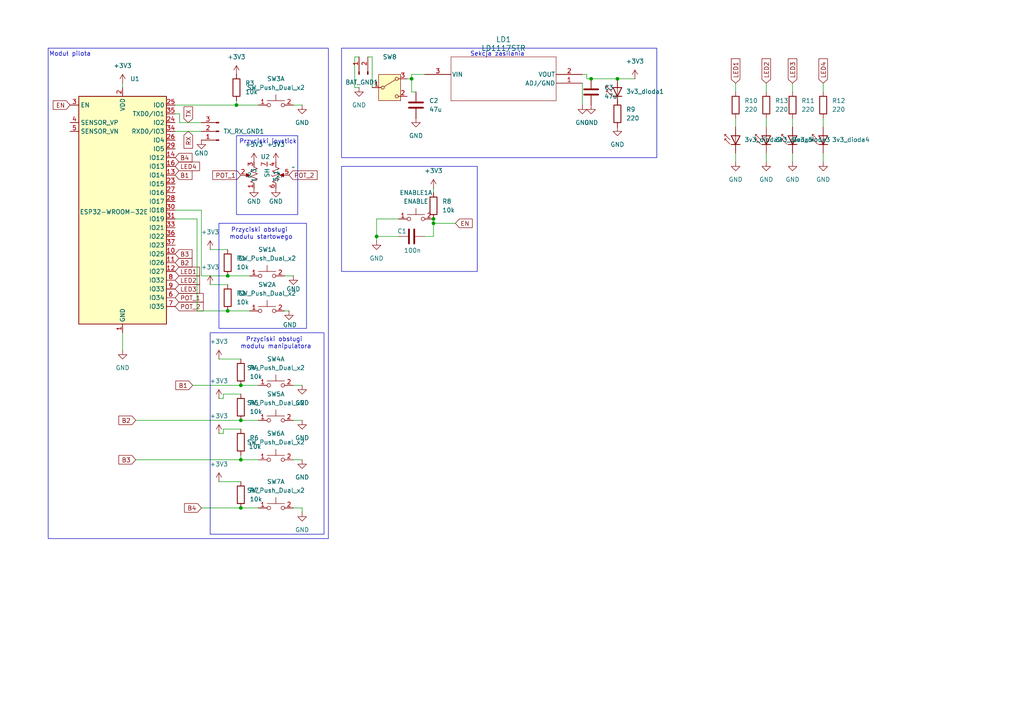
<source format=kicad_sch>
(kicad_sch (version 20231120) (generator "eeschema") (generator_version "8.0")
  (paper "A4")
  (lib_symbols
    (symbol "2024-05-05_15-24-01:LD1117STR" (pin_names (offset 0.254))
      (property "Reference" "CR" (at 22.86 10.16 0))
      (property "Value" "LD1117STR" (at 22.86 7.62 0))
      (symbol "LD1117STR_0_1"
        (polyline (pts (xy 7.62 -7.62) (xy 38.1 -7.62)) (stroke (width 0.127)))
        (polyline (pts (xy 7.62 5.08) (xy 7.62 -7.62)) (stroke (width 0.127)))
        (polyline (pts (xy 38.1 -7.62) (xy 38.1 5.08)) (stroke (width 0.127)))
        (polyline (pts (xy 38.1 5.08) (xy 7.62 5.08)) (stroke (width 0.127)))
        (pin power_out line (at 0 0 0) (length 7.62) (name "ADJ/GND") (number "1"))
        (pin power_in line (at 0 -2.54 0) (length 7.62) (name "VOUT") (number "2"))
        (pin power_in line (at 45.72 -2.54 180) (length 7.62) (name "VIN") (number "3"))
      )
    )
    (symbol "Connector:Conn_01x02_Pin" (pin_names (offset 1.016) hide)
      (property "Reference" "J" (at 0 2.54 0))
      (property "Value" "Conn_01x02_Pin" (at 0 -5.08 0))
      (symbol "Conn_01x02_Pin_1_1"
        (polyline (pts (xy 1.27 -2.54) (xy 0.8636 -2.54)) (stroke (width 0.1524)))
        (polyline (pts (xy 1.27 0) (xy 0.8636 0)) (stroke (width 0.1524)))
        (rectangle (start 0.8636 -2.413) (end 0 -2.667) (stroke (width 0.1524)) (fill (type outline)))
        (rectangle (start 0.8636 0.127) (end 0 -0.127) (stroke (width 0.1524)) (fill (type outline)))
        (pin passive line (at 5.08 0 180) (length 3.81) (name "Pin_1") (number "1"))
        (pin passive line (at 5.08 -2.54 180) (length 3.81) (name "Pin_2") (number "2"))
      )
    )
    (symbol "Connector:Conn_01x03_Pin" (pin_names (offset 1.016) hide)
      (property "Reference" "J" (at 0 5.08 0))
      (property "Value" "Conn_01x03_Pin" (at 0 -5.08 0))
      (symbol "Conn_01x03_Pin_1_1"
        (polyline (pts (xy 1.27 -2.54) (xy 0.8636 -2.54)) (stroke (width 0.1524)))
        (polyline (pts (xy 1.27 0) (xy 0.8636 0)) (stroke (width 0.1524)))
        (polyline (pts (xy 1.27 2.54) (xy 0.8636 2.54)) (stroke (width 0.1524)))
        (rectangle (start 0.8636 -2.413) (end 0 -2.667) (stroke (width 0.1524)) (fill (type outline)))
        (rectangle (start 0.8636 0.127) (end 0 -0.127) (stroke (width 0.1524)) (fill (type outline)))
        (rectangle (start 0.8636 2.667) (end 0 2.413) (stroke (width 0.1524)) (fill (type outline)))
        (pin passive line (at 5.08 2.54 180) (length 3.81) (name "Pin_1") (number "1"))
        (pin passive line (at 5.08 0 180) (length 3.81) (name "Pin_2") (number "2"))
        (pin passive line (at 5.08 -2.54 180) (length 3.81) (name "Pin_3") (number "3"))
      )
    )
    (symbol "Device:C" (pin_numbers hide) (pin_names (offset 0.254))
      (property "Reference" "C" (at 0.635 2.54 0))
      (property "Value" "C" (at 0.635 -2.54 0))
      (symbol "C_0_1"
        (polyline (pts (xy -2.032 -0.762) (xy 2.032 -0.762)) (stroke (width 0.508)))
        (polyline (pts (xy -2.032 0.762) (xy 2.032 0.762)) (stroke (width 0.508)))
      )
      (symbol "C_1_1"
        (pin passive line (at 0 3.81 270) (length 2.794) (name "~") (number "1"))
        (pin passive line (at 0 -3.81 90) (length 2.794) (name "~") (number "2"))
      )
    )
    (symbol "Device:R" (pin_numbers hide) (pin_names (offset 0))
      (property "Reference" "R" (at 2.032 0 90))
      (property "Value" "R" (at 0 0 90))
      (symbol "R_0_1"
        (rectangle (start -1.016 -2.54) (end 1.016 2.54) (stroke (width 0.254)))
      )
      (symbol "R_1_1"
        (pin passive line (at 0 3.81 270) (length 1.27) (name "~") (number "1"))
        (pin passive line (at 0 -3.81 90) (length 1.27) (name "~") (number "2"))
      )
    )
    (symbol "Joystick:3D161"
      (property "Reference" "U" (at 0 5.842 0))
      (symbol "3D161_0_1"
        (polyline (pts (xy -5.08 -1.27) (xy -4.064 -1.27)))
        (polyline (pts (xy -2.54 -3.81) (xy -2.54 -3.556)))
        (polyline (pts (xy -2.54 1.016) (xy -2.54 1.27)))
        (polyline (pts (xy 3.81 -3.556) (xy 3.81 -3.81)))
        (polyline (pts (xy 3.81 1.27) (xy 3.81 1.016)))
        (polyline (pts (xy 6.35 -1.27) (xy 5.334 -1.27)))
        (polyline (pts (xy -3.683 -1.27) (xy -4.826 -1.778) (xy -4.826 -0.762) (xy -3.683 -1.27)) (fill (type outline)))
        (polyline (pts (xy 4.953 -1.27) (xy 6.096 -0.762) (xy 6.096 -1.778) (xy 4.953 -1.27)) (fill (type outline)))
        (polyline (pts (xy -2.54 -3.556) (xy -3.556 -3.175) (xy -2.54 -2.794) (xy -1.524 -2.413) (xy -2.54 -2.032)))
        (polyline (pts (xy -2.54 -2.032) (xy -3.556 -1.651) (xy -2.54 -1.27) (xy -1.524 -0.889) (xy -1.27 -1.27)))
        (polyline (pts (xy -2.54 -0.508) (xy -3.556 -0.127) (xy -2.54 0.254) (xy -1.524 0.635) (xy -2.54 1.016)))
        (polyline (pts (xy 3.81 -2.032) (xy 4.826 -2.413) (xy 3.81 -2.794) (xy 2.794 -3.175) (xy 3.81 -3.556)))
        (polyline (pts (xy 3.81 -0.508) (xy 4.826 -0.889) (xy 3.81 -1.27) (xy 2.794 -1.651) (xy 3.81 -2.032)))
        (polyline (pts (xy 3.81 1.016) (xy 4.826 0.635) (xy 3.81 0.254) (xy 2.794 -0.127) (xy 3.81 -0.508)))
      )
      (symbol "3D161_1_1"
        (pin passive line (at 3.81 2.54 270) (length 1.27) (name "1") (number "1"))
        (pin passive line (at 7.62 -1.27 180) (length 1.27) (name "2") (number "2"))
        (pin passive line (at 3.81 -5.08 90) (length 1.27) (name "3") (number "3"))
        (pin passive line (at -2.54 -5.08 90) (length 1.27) (name "1.") (number "4"))
        (pin passive line (at -6.35 -1.27 0) (length 1.27) (name "2.") (number "5"))
        (pin passive line (at -2.54 2.54 270) (length 1.27) (name "3.") (number "6"))
        (pin passive line (at 0 -5.08 90) (length 1.27) (name "SH") (number "7"))
      )
    )
    (symbol "LED:IR204A" (pin_numbers hide) (pin_names (offset 1.016) hide)
      (property "Reference" "D" (at 0.508 1.778 0))
      (property "Value" "IR204A" (at -1.016 -2.794 0))
      (symbol "IR204A_0_1"
        (polyline (pts (xy -2.54 1.27) (xy -2.54 -1.27)) (stroke (width 0.254)))
        (polyline (pts (xy 0 0) (xy -2.54 0)))
        (polyline (pts (xy 0.381 3.175) (xy -0.127 3.175)))
        (polyline (pts (xy -1.143 1.651) (xy 0.381 3.175) (xy 0.381 2.667)))
        (polyline (pts (xy 0 1.27) (xy -2.54 0) (xy 0 -1.27) (xy 0 1.27)) (stroke (width 0.254)))
        (polyline (pts (xy -2.413 1.651) (xy -0.889 3.175) (xy -0.889 2.667) (xy -0.889 3.175) (xy -1.397 3.175)))
      )
      (symbol "IR204A_1_1"
        (pin passive line (at -5.08 0 0) (length 2.54) (name "K") (number "1"))
        (pin passive line (at 2.54 0 180) (length 2.54) (name "A") (number "2"))
      )
    )
    (symbol "RF_Module:ESP32-WROOM-32E"
      (property "Reference" "U" (at -12.7 34.29 0))
      (property "Value" "ESP32-WROOM-32E" (at 1.27 34.29 0))
      (symbol "ESP32-WROOM-32E_0_1"
        (rectangle (start -12.7 33.02) (end 12.7 -33.02) (stroke (width 0.254)) (fill (type background)))
      )
      (symbol "ESP32-WROOM-32E_1_1"
        (pin power_in line (at 0 -35.56 90) (length 2.54) (name "GND") (number "1"))
        (pin bidirectional line (at 15.24 -12.7 180) (length 2.54) (name "IO25") (number "10"))
        (pin bidirectional line (at 15.24 -15.24 180) (length 2.54) (name "IO26") (number "11"))
        (pin bidirectional line (at 15.24 -17.78 180) (length 2.54) (name "IO27") (number "12"))
        (pin bidirectional line (at 15.24 10.16 180) (length 2.54) (name "IO14") (number "13"))
        (pin bidirectional line (at 15.24 15.24 180) (length 2.54) (name "IO12") (number "14"))
        (pin passive line (at 0 -35.56 90) (length 2.54) hide (name "GND") (number "15"))
        (pin bidirectional line (at 15.24 12.7 180) (length 2.54) (name "IO13") (number "16"))
        (pin no_connect line (at -12.7 -5.08 0) (length 2.54) hide (name "NC") (number "17"))
        (pin no_connect line (at -12.7 -7.62 0) (length 2.54) hide (name "NC") (number "18"))
        (pin no_connect line (at -12.7 -12.7 0) (length 2.54) hide (name "NC") (number "19"))
        (pin power_in line (at 0 35.56 270) (length 2.54) (name "VDD") (number "2"))
        (pin no_connect line (at -12.7 -10.16 0) (length 2.54) hide (name "NC") (number "20"))
        (pin no_connect line (at -12.7 0 0) (length 2.54) hide (name "NC") (number "21"))
        (pin no_connect line (at -12.7 -2.54 0) (length 2.54) hide (name "NC") (number "22"))
        (pin bidirectional line (at 15.24 7.62 180) (length 2.54) (name "IO15") (number "23"))
        (pin bidirectional line (at 15.24 25.4 180) (length 2.54) (name "IO2") (number "24"))
        (pin bidirectional line (at 15.24 30.48 180) (length 2.54) (name "IO0") (number "25"))
        (pin bidirectional line (at 15.24 20.32 180) (length 2.54) (name "IO4") (number "26"))
        (pin bidirectional line (at 15.24 5.08 180) (length 2.54) (name "IO16") (number "27"))
        (pin bidirectional line (at 15.24 2.54 180) (length 2.54) (name "IO17") (number "28"))
        (pin bidirectional line (at 15.24 17.78 180) (length 2.54) (name "IO5") (number "29"))
        (pin input line (at -15.24 30.48 0) (length 2.54) (name "EN") (number "3"))
        (pin bidirectional line (at 15.24 0 180) (length 2.54) (name "IO18") (number "30"))
        (pin bidirectional line (at 15.24 -2.54 180) (length 2.54) (name "IO19") (number "31"))
        (pin no_connect line (at -12.7 -27.94 0) (length 2.54) hide (name "NC") (number "32"))
        (pin bidirectional line (at 15.24 -5.08 180) (length 2.54) (name "IO21") (number "33"))
        (pin bidirectional line (at 15.24 22.86 180) (length 2.54) (name "RXD0/IO3") (number "34"))
        (pin bidirectional line (at 15.24 27.94 180) (length 2.54) (name "TXD0/IO1") (number "35"))
        (pin bidirectional line (at 15.24 -7.62 180) (length 2.54) (name "IO22") (number "36"))
        (pin bidirectional line (at 15.24 -10.16 180) (length 2.54) (name "IO23") (number "37"))
        (pin passive line (at 0 -35.56 90) (length 2.54) hide (name "GND") (number "38"))
        (pin passive line (at 0 -35.56 90) (length 2.54) hide (name "GND") (number "39"))
        (pin input line (at -15.24 25.4 0) (length 2.54) (name "SENSOR_VP") (number "4"))
        (pin input line (at -15.24 22.86 0) (length 2.54) (name "SENSOR_VN") (number "5"))
        (pin input line (at 15.24 -25.4 180) (length 2.54) (name "IO34") (number "6"))
        (pin input line (at 15.24 -27.94 180) (length 2.54) (name "IO35") (number "7"))
        (pin bidirectional line (at 15.24 -20.32 180) (length 2.54) (name "IO32") (number "8"))
        (pin bidirectional line (at 15.24 -22.86 180) (length 2.54) (name "IO33") (number "9"))
      )
    )
    (symbol "Switch:SW_Push_Dual_x2" (pin_names (offset 1.016) hide)
      (property "Reference" "SW" (at 1.27 2.54 0))
      (property "Value" "SW_Push_Dual_x2" (at 0 -1.524 0))
      (symbol "SW_Push_Dual_x2_0_1"
        (circle (center -2.032 0) (radius 0.508))
        (polyline (pts (xy 0 1.27) (xy 0 3.048)))
        (polyline (pts (xy 2.54 1.27) (xy -2.54 1.27)))
        (circle (center 2.032 0) (radius 0.508))
      )
      (symbol "SW_Push_Dual_x2_1_1"
        (pin passive line (at -5.08 0 0) (length 2.54) (name "C") (number "1"))
        (pin passive line (at 5.08 0 180) (length 2.54) (name "D") (number "2"))
      )
      (symbol "SW_Push_Dual_x2_2_1"
        (pin passive line (at -5.08 0 0) (length 2.54) (name "C") (number "3"))
        (pin passive line (at 5.08 0 180) (length 2.54) (name "D") (number "4"))
      )
    )
    (symbol "Switch:SW_Wuerth_450301014042" (pin_names (offset 1) hide)
      (property "Reference" "SW" (at 0 5.08 0))
      (property "Value" "SW_Wuerth_450301014042" (at 0 -5.08 0))
      (symbol "SW_Wuerth_450301014042_0_1"
        (circle (center -2.032 0) (radius 0.4572))
        (polyline (pts (xy -1.651 0.254) (xy 1.651 2.286)))
        (circle (center 2.032 -2.54) (radius 0.4572))
        (circle (center 2.032 2.54) (radius 0.4572))
      )
      (symbol "SW_Wuerth_450301014042_1_1"
        (rectangle (start -3.175 3.81) (end 3.175 -3.81) (fill (type background)))
        (pin passive line (at -5.08 0 0) (length 2.54) (name "B") (number "1"))
        (pin passive line (at 5.08 -2.54 180) (length 2.54) (name "C") (number "2"))
        (pin passive line (at 5.08 2.54 180) (length 2.54) (name "A") (number "3"))
      )
    )
    (symbol "power:+3V3" (power) (pin_numbers hide) (pin_names (offset 0) hide)
      (property "Value" "+3V3" (at 0 3.556 0))
      (symbol "+3V3_0_1"
        (polyline (pts (xy -0.762 1.27) (xy 0 2.54)))
        (polyline (pts (xy 0 0) (xy 0 2.54)))
        (polyline (pts (xy 0 2.54) (xy 0.762 1.27)))
      )
      (symbol "+3V3_1_1"
        (pin power_in line (at 0 0 90) (length 0) (name "~") (number "1"))
      )
    )
    (symbol "power:GND" (power) (pin_numbers hide) (pin_names (offset 0) hide)
      (property "Value" "GND" (at 0 -3.81 0))
      (symbol "GND_0_1"
        (polyline (pts (xy 0 0) (xy 0 -1.27) (xy 1.27 -1.27) (xy 0 -2.54) (xy -1.27 -1.27) (xy 0 -1.27)))
      )
      (symbol "GND_1_1"
        (pin power_in line (at 0 0 270) (length 0) (name "~") (number "1"))
      )
    )
  )
  (junction (at 69.85 147.32))
  (junction (at 125.73 63.5))
  (junction (at 125.73 64.77))
  (junction (at 69.85 111.76))
  (junction (at 68.58 30.48))
  (junction (at 109.22 68.58))
  (junction (at 69.85 133.35))
  (junction (at 119.38 22.86))
  (junction (at 66.04 80.01))
  (junction (at 171.45 22.86))
  (junction (at 66.04 90.17))
  (junction (at 179.07 22.86))
  (junction (at 69.85 121.92))
  (wire (pts (xy 35.56 25.4) (xy 35.56 24.13)))
  (wire (pts (xy 238.76 24.13) (xy 238.76 26.67)))
  (wire (pts (xy 87.63 148.59) (xy 87.63 147.32)))
  (wire (pts (xy 170.18 21.59) (xy 170.18 22.86)))
  (wire (pts (xy 171.45 22.86) (xy 179.07 22.86)))
  (wire (pts (xy 60.96 82.55) (xy 66.04 82.55)))
  (wire (pts (xy 222.25 44.45) (xy 222.25 46.99)))
  (wire (pts (xy 63.5 115.57) (xy 64.77 115.57)))
  (wire (pts (xy 229.87 24.13) (xy 229.87 26.67)))
  (wire (pts (xy 57.15 63.5) (xy 50.8 63.5)))
  (wire (pts (xy 64.77 125.73) (xy 64.77 124.46)))
  (wire (pts (xy 109.22 63.5) (xy 115.57 63.5)))
  (wire (pts (xy 119.38 21.59) (xy 119.38 22.86)))
  (wire (pts (xy 102.87 25.4) (xy 104.14 25.4)))
  (wire (pts (xy 229.87 44.45) (xy 229.87 46.99)))
  (wire (pts (xy 238.76 34.29) (xy 238.76 36.83)))
  (wire (pts (xy 123.19 68.58) (xy 125.73 68.58)))
  (wire (pts (xy 87.63 121.92) (xy 85.09 121.92)))
  (wire (pts (xy 52.07 33.02) (xy 52.07 35.56)))
  (wire (pts (xy 107.95 16.51) (xy 107.95 25.4)))
  (wire (pts (xy 64.77 115.57) (xy 64.77 114.3)))
  (wire (pts (xy 39.37 121.92) (xy 69.85 121.92)))
  (wire (pts (xy 60.96 72.39) (xy 66.04 72.39)))
  (wire (pts (xy 66.04 80.01) (xy 72.39 80.01)))
  (wire (pts (xy 213.36 24.13) (xy 213.36 26.67)))
  (wire (pts (xy 69.85 132.08) (xy 69.85 133.35)))
  (wire (pts (xy 58.42 80.01) (xy 58.42 60.96)))
  (wire (pts (xy 52.07 35.56) (xy 58.42 35.56)))
  (wire (pts (xy 85.09 133.35) (xy 87.63 133.35)))
  (wire (pts (xy 170.18 22.86) (xy 171.45 22.86)))
  (wire (pts (xy 69.85 147.32) (xy 74.93 147.32)))
  (wire (pts (xy 119.38 26.67) (xy 119.38 22.86)))
  (wire (pts (xy 66.04 90.17) (xy 72.39 90.17)))
  (wire (pts (xy 179.07 29.21) (xy 179.07 30.48)))
  (wire (pts (xy 213.36 34.29) (xy 213.36 36.83)))
  (wire (pts (xy 39.37 133.35) (xy 69.85 133.35)))
  (wire (pts (xy 119.38 21.59) (xy 123.19 21.59)))
  (wire (pts (xy 63.5 125.73) (xy 64.77 125.73)))
  (wire (pts (xy 68.58 29.21) (xy 68.58 30.48)))
  (wire (pts (xy 85.09 80.01) (xy 82.55 80.01)))
  (wire (pts (xy 115.57 68.58) (xy 109.22 68.58)))
  (wire (pts (xy 83.82 90.17) (xy 82.55 90.17)))
  (wire (pts (xy 109.22 69.85) (xy 109.22 68.58)))
  (wire (pts (xy 57.15 90.17) (xy 57.15 63.5)))
  (wire (pts (xy 102.87 25.4) (xy 102.87 16.51)))
  (wire (pts (xy 63.5 139.7) (xy 69.85 139.7)))
  (wire (pts (xy 87.63 147.32) (xy 85.09 147.32)))
  (wire (pts (xy 58.42 80.01) (xy 66.04 80.01)))
  (wire (pts (xy 109.22 63.5) (xy 109.22 68.58)))
  (wire (pts (xy 50.8 30.48) (xy 68.58 30.48)))
  (wire (pts (xy 69.85 133.35) (xy 74.93 133.35)))
  (wire (pts (xy 52.07 33.02) (xy 50.8 33.02)))
  (wire (pts (xy 238.76 44.45) (xy 238.76 46.99)))
  (wire (pts (xy 69.85 121.92) (xy 74.93 121.92)))
  (wire (pts (xy 69.85 111.76) (xy 74.93 111.76)))
  (wire (pts (xy 229.87 34.29) (xy 229.87 36.83)))
  (wire (pts (xy 87.63 111.76) (xy 85.09 111.76)))
  (wire (pts (xy 102.87 16.51) (xy 104.14 16.51)))
  (wire (pts (xy 58.42 147.32) (xy 69.85 147.32)))
  (wire (pts (xy 168.91 24.13) (xy 168.91 30.48)))
  (wire (pts (xy 64.77 124.46) (xy 69.85 124.46)))
  (wire (pts (xy 179.07 22.86) (xy 184.15 22.86)))
  (wire (pts (xy 222.25 24.13) (xy 222.25 26.67)))
  (wire (pts (xy 55.88 111.76) (xy 69.85 111.76)))
  (wire (pts (xy 50.8 38.1) (xy 58.42 38.1)))
  (wire (pts (xy 107.95 16.51) (xy 106.68 16.51)))
  (wire (pts (xy 120.65 26.67) (xy 119.38 26.67)))
  (wire (pts (xy 125.73 64.77) (xy 132.08 64.77)))
  (wire (pts (xy 125.73 64.77) (xy 125.73 63.5)))
  (wire (pts (xy 64.77 114.3) (xy 69.85 114.3)))
  (wire (pts (xy 68.58 30.48) (xy 74.93 30.48)))
  (wire (pts (xy 168.91 21.59) (xy 170.18 21.59)))
  (wire (pts (xy 58.42 60.96) (xy 50.8 60.96)))
  (wire (pts (xy 57.15 90.17) (xy 66.04 90.17)))
  (wire (pts (xy 222.25 34.29) (xy 222.25 36.83)))
  (wire (pts (xy 35.56 96.52) (xy 35.56 101.6)))
  (wire (pts (xy 213.36 44.45) (xy 213.36 46.99)))
  (wire (pts (xy 118.11 22.86) (xy 119.38 22.86)))
  (wire (pts (xy 63.5 104.14) (xy 69.85 104.14)))
  (wire (pts (xy 125.73 55.88) (xy 125.73 54.61)))
  (wire (pts (xy 125.73 64.77) (xy 125.73 68.58)))
  (wire (pts (xy 85.09 30.48) (xy 87.63 30.48)))
  (rectangle (start 99.06 48.26) (end 138.43 78.74))
  (rectangle (start 99.06 13.97) (end 190.5 45.72))
  (rectangle (start 13.97 13.97) (end 95.25 156.21))
  (rectangle (start 68.58 39.37) (end 86.36 62.23))
  (rectangle (start 60.96 96.52) (end 93.98 154.94))
  (rectangle (start 63.5 64.77) (end 88.9 95.25))
  (text "Moduł pilota" (at 20.32 15.748 0) (effects (font (size 1.27 1.27))))
  (text "Przyciski joystick" (at 77.724 41.148 0) (effects (font (size 1.27 1.27))))
  (text "Przyciski obsługi \nmodułu startowego\n" (at 75.692 67.818 0) (effects (font (size 1.27 1.27))))
  (text "Sekcja zasilania\n" (at 144.272 15.748 0) (effects (font (size 1.27 1.27))))
  (text "Przyciski obsługi \nmodułu manipulatora\n" (at 80.01 99.568 0) (effects (font (size 1.27 1.27))))
  (global_label "B1" (shape input) (at 55.88 111.76 180) (property "Intersheetrefs" "${INTERSHEET_REFS}" (effects (hide yes))))
  (global_label "LED3" (shape input) (at 50.8 83.82 0) (property "Intersheetrefs" "${INTERSHEET_REFS}" (effects (hide yes))))
  (global_label "LED1" (shape input) (at 50.8 78.74 0) (property "Intersheetrefs" "${INTERSHEET_REFS}" (effects (hide yes))))
  (global_label "LED2" (shape input) (at 222.25 24.13 90) (property "Intersheetrefs" "${INTERSHEET_REFS}" (effects (hide yes))))
  (global_label "B2" (shape input) (at 50.8 76.2 0) (property "Intersheetrefs" "${INTERSHEET_REFS}" (effects (hide yes))))
  (global_label "RX" (shape input) (at 54.61 38.1 270) (property "Intersheetrefs" "${INTERSHEET_REFS}" (effects (hide yes))))
  (global_label "TX" (shape input) (at 54.61 35.56 90) (property "Intersheetrefs" "${INTERSHEET_REFS}" (effects (hide yes))))
  (global_label "B3" (shape input) (at 39.37 133.35 180) (property "Intersheetrefs" "${INTERSHEET_REFS}" (effects (hide yes))))
  (global_label "POT_2" (shape input) (at 83.82 50.8 0) (property "Intersheetrefs" "${INTERSHEET_REFS}" (effects (hide yes))))
  (global_label "B1" (shape input) (at 50.8 50.8 0) (property "Intersheetrefs" "${INTERSHEET_REFS}" (effects (hide yes))))
  (global_label "EN" (shape input) (at 132.08 64.77 0) (property "Intersheetrefs" "${INTERSHEET_REFS}" (effects (hide yes))))
  (global_label "B2" (shape input) (at 39.37 121.92 180) (property "Intersheetrefs" "${INTERSHEET_REFS}" (effects (hide yes))))
  (global_label "LED1" (shape input) (at 213.36 24.13 90) (property "Intersheetrefs" "${INTERSHEET_REFS}" (effects (hide yes))))
  (global_label "LED4" (shape input) (at 50.8 48.26 0) (property "Intersheetrefs" "${INTERSHEET_REFS}" (effects (hide yes))))
  (global_label "EN" (shape input) (at 20.32 30.48 180) (property "Intersheetrefs" "${INTERSHEET_REFS}" (effects (hide yes))))
  (global_label "B4" (shape input) (at 50.8 45.72 0) (property "Intersheetrefs" "${INTERSHEET_REFS}" (effects (hide yes))))
  (global_label "POT_1" (shape input) (at 69.85 50.8 180) (property "Intersheetrefs" "${INTERSHEET_REFS}" (effects (hide yes))))
  (global_label "POT_1" (shape input) (at 50.8 86.36 0) (property "Intersheetrefs" "${INTERSHEET_REFS}" (effects (hide yes))))
  (global_label "B4" (shape input) (at 58.42 147.32 180) (property "Intersheetrefs" "${INTERSHEET_REFS}" (effects (hide yes))))
  (global_label "LED2" (shape input) (at 50.8 81.28 0) (property "Intersheetrefs" "${INTERSHEET_REFS}" (effects (hide yes))))
  (global_label "B3" (shape input) (at 50.8 73.66 0) (property "Intersheetrefs" "${INTERSHEET_REFS}" (effects (hide yes))))
  (global_label "POT_2" (shape input) (at 50.8 88.9 0) (property "Intersheetrefs" "${INTERSHEET_REFS}" (effects (hide yes))))
  (global_label "LED4" (shape input) (at 238.76 24.13 90) (property "Intersheetrefs" "${INTERSHEET_REFS}" (effects (hide yes))))
  (global_label "LED3" (shape input) (at 229.87 24.13 90) (property "Intersheetrefs" "${INTERSHEET_REFS}" (effects (hide yes))))
  (symbol (lib_id "Device:R") (at 179.07 33.02 0) (unit 1)
    (property "Reference" "R9" (at 181.61 31.7499 0) (effects (justify left)))
    (property "Value" "220" (at 181.61 34.2899 0) (effects (justify left)))
    (property "Footprint" "Resistor_SMD:R_0603_1608Metric" (effects (hide yes)))
    (property "Description" "Resistor" (effects (hide yes)))
  )
  (symbol (lib_id "LED:IR204A") (at 213.36 39.37 90) (unit 1)
    (property "Reference" "3v3_dioda2" (at 215.9 40.5129 90) (effects (justify right)))
    (property "Value" "IR204A" (effects (hide yes)))
    (property "Footprint" "LED_THT:LED_D3.0mm_IRBlack" (effects (hide yes)))
    (property "Datasheet" "http://www.everlight.com/file/ProductFile/IR204-A.pdf" (effects (hide yes)))
    (property "Description" "Infrared LED , 3mm LED package" (effects (hide yes)))
  )
  (symbol (lib_id "Switch:SW_Push_Dual_x2") (at 120.65 63.5 0) (unit 1)
    (property "Reference" "ENABLE1" (at 120.65 55.88 0))
    (property "Value" "ENABLE" (at 120.65 58.42 0))
    (property "Footprint" "Button_Switch_SMD:SW_Push_1P1T_XKB_TS-1187A" (effects (hide yes)))
    (property "Description" "Push button switch, generic, separate symbols, four pins" (effects (hide yes)))
  )
  (symbol (lib_id "Device:R") (at 69.85 143.51 0) (unit 1)
    (property "Reference" "R7" (at 72.39 142.2399 0) (effects (justify left)))
    (property "Value" "10k" (at 72.39 144.7799 0) (effects (justify left)))
    (property "Footprint" "Resistor_SMD:R_0603_1608Metric" (effects (hide yes)))
    (property "Description" "Resistor" (effects (hide yes)))
  )
  (symbol (lib_id "Switch:SW_Push_Dual_x2") (at 80.01 121.92 0) (unit 1)
    (property "Reference" "SW5" (at 80.01 114.3 0))
    (property "Value" "SW_Push_Dual_x2" (at 80.01 116.84 0))
    (property "Footprint" "Button_Switch_THT:SW_PUSH_6mm" (effects (hide yes)))
    (property "Description" "Push button switch, generic, separate symbols, four pins" (effects (hide yes)))
  )
  (symbol (lib_id "Connector:Conn_01x03_Pin") (at 63.5 38.1 180) (unit 1)
    (property "Reference" "TX_RX_GND1" (at 64.77 38.0999 0) (effects (justify right)))
    (property "Value" "Conn_01x03_Pin" (effects (hide yes)))
    (property "Footprint" "Connector_PinSocket_2.54mm:PinSocket_1x03_P2.54mm_Vertical" (effects (hide yes)))
    (property "Description" "Generic connector, single row, 01x03, script generated" (effects (hide yes)))
  )
  (symbol (lib_id "power:+3V3") (at 60.96 82.55 0) (unit 1)
    (property "Reference" "#PWR05" (effects (hide yes)))
    (property "Value" "+3V3" (at 60.96 77.47 0))
    (property "Description" "Power symbol creates a global label with name \"+3V3\"" (effects (hide yes)))
  )
  (symbol (lib_id "power:GND") (at 58.42 40.64 0) (unit 1)
    (property "Reference" "#PWR03" (effects (hide yes)))
    (property "Value" "GND" (at 58.42 44.45 0))
    (property "Description" "Power symbol creates a global label with name \"GND\" , ground" (effects (hide yes)))
  )
  (symbol (lib_id "power:+3V3") (at 184.15 22.86 0) (unit 1)
    (property "Reference" "#PWR029" (effects (hide yes)))
    (property "Value" "+3V3" (at 184.15 17.78 0))
    (property "Description" "Power symbol creates a global label with name \"+3V3\"" (effects (hide yes)))
  )
  (symbol (lib_id "Switch:SW_Wuerth_450301014042") (at 113.03 25.4 0) (unit 1)
    (property "Reference" "SW8" (at 113.03 16.51 0))
    (property "Value" "SW_Wuerth_450301014042" (effects (hide yes)))
    (property "Footprint" "Button_Switch_THT:SW_Slide-03_Wuerth-WS-SLTV_10x2.5x6.4_P2.54mm" (effects (hide yes)))
    (property "Datasheet" "https://www.we-online.com/components/products/datasheet/450301014042.pdf" (effects (hide yes)))
    (property "Description" "Switch slide, single pole double throw" (effects (hide yes)))
  )
  (symbol (lib_id "Switch:SW_Push_Dual_x2") (at 80.01 111.76 0) (unit 1)
    (property "Reference" "SW4" (at 80.01 104.14 0))
    (property "Value" "SW_Push_Dual_x2" (at 80.01 106.68 0))
    (property "Footprint" "Button_Switch_THT:SW_PUSH_6mm" (effects (hide yes)))
    (property "Description" "Push button switch, generic, separate symbols, four pins" (effects (hide yes)))
  )
  (symbol (lib_id "power:GND") (at 87.63 133.35 0) (unit 1)
    (property "Reference" "#PWR020" (effects (hide yes)))
    (property "Value" "GND" (at 87.63 138.43 0))
    (property "Description" "Power symbol creates a global label with name \"GND\" , ground" (effects (hide yes)))
  )
  (symbol (lib_id "Connector:Conn_01x02_Pin") (at 104.14 21.59 90) (unit 1)
    (property "Reference" "BAT_GND1" (at 109.728 23.876 90) (effects (justify left)))
    (property "Value" "Conn_01x02_Pin" (effects (hide yes)))
    (property "Footprint" "Connector_PinHeader_2.54mm:PinHeader_1x02_P2.54mm_Vertical" (effects (hide yes)))
    (property "Description" "Generic connector, single row, 01x02, script generated" (effects (hide yes)))
  )
  (symbol (lib_id "power:+3V3") (at 73.66 46.99 0) (unit 1)
    (property "Reference" "#PWR011" (effects (hide yes)))
    (property "Value" "+3V3" (at 73.66 41.91 0))
    (property "Description" "Power symbol creates a global label with name \"+3V3\"" (effects (hide yes)))
  )
  (symbol (lib_id "Device:R") (at 69.85 107.95 0) (unit 1)
    (property "Reference" "R4" (at 72.39 106.6799 0) (effects (justify left)))
    (property "Value" "10k" (at 72.39 109.2199 0) (effects (justify left)))
    (property "Footprint" "Resistor_SMD:R_0603_1608Metric" (effects (hide yes)))
    (property "Description" "Resistor" (effects (hide yes)))
  )
  (symbol (lib_id "power:GND") (at 120.65 34.29 0) (unit 1)
    (property "Reference" "#PWR025" (effects (hide yes)))
    (property "Value" "GND" (at 120.65 39.37 0))
    (property "Description" "Power symbol creates a global label with name \"GND\" , ground" (effects (hide yes)))
  )
  (symbol (lib_id "power:GND") (at 109.22 69.85 0) (unit 1)
    (property "Reference" "#PWR024" (effects (hide yes)))
    (property "Value" "GND" (at 109.22 74.93 0))
    (property "Description" "Power symbol creates a global label with name \"GND\" , ground" (effects (hide yes)))
  )
  (symbol (lib_id "power:+3V3") (at 63.5 104.14 0) (unit 1)
    (property "Reference" "#PWR06" (effects (hide yes)))
    (property "Value" "+3V3" (at 63.5 99.06 0))
    (property "Description" "Power symbol creates a global label with name \"+3V3\"" (effects (hide yes)))
  )
  (symbol (lib_id "Device:R") (at 238.76 30.48 0) (unit 1)
    (property "Reference" "R12" (at 241.3 29.2099 0) (effects (justify left)))
    (property "Value" "220" (at 241.3 31.7499 0) (effects (justify left)))
    (property "Footprint" "Resistor_SMD:R_0603_1608Metric" (effects (hide yes)))
    (property "Description" "Resistor" (effects (hide yes)))
  )
  (symbol (lib_id "power:GND") (at 83.82 90.17 0) (unit 1)
    (property "Reference" "#PWR015" (effects (hide yes)))
    (property "Value" "GND" (at 84.074 94.234 0))
    (property "Description" "Power symbol creates a global label with name \"GND\" , ground" (effects (hide yes)))
  )
  (symbol (lib_id "RF_Module:ESP32-WROOM-32E") (at 35.56 60.96 0) (unit 1)
    (property "Reference" "U1" (at 37.7541 22.86 0) (effects (justify left)))
    (property "Value" "ESP32-WROOM-32E" (at 23.114 61.468 0) (effects (justify left)))
    (property "Footprint" "RF_Module:ESP32-WROOM-32D" (effects (hide yes)))
    (property "Datasheet" "https://www.espressif.com/sites/default/files/documentation/esp32-wroom-32e_esp32-wroom-32ue_datasheet_en.pdf" (effects (hide yes)))
    (property "Description" "RF Module, ESP32-D0WD-V3 SoC, without PSRAM, Wi-Fi 802.11b/g/n, Bluetooth, BLE, 32-bit, 2.7-3.6V, onboard antenna, SMD" (effects (hide yes)))
  )
  (symbol (lib_id "power:GND") (at 85.09 80.01 0) (unit 1)
    (property "Reference" "#PWR016" (effects (hide yes)))
    (property "Value" "GND" (at 85.09 83.82 0))
    (property "Description" "Power symbol creates a global label with name \"GND\" , ground" (effects (hide yes)))
  )
  (symbol (lib_id "power:GND") (at 87.63 30.48 0) (unit 1)
    (property "Reference" "#PWR017" (effects (hide yes)))
    (property "Value" "GND" (at 87.63 35.56 0))
    (property "Description" "Power symbol creates a global label with name \"GND\" , ground" (effects (hide yes)))
  )
  (symbol (lib_id "Switch:SW_Push_Dual_x2") (at 80.01 133.35 0) (unit 1)
    (property "Reference" "SW6" (at 80.01 125.73 0))
    (property "Value" "SW_Push_Dual_x2" (at 80.01 128.27 0))
    (property "Footprint" "Button_Switch_THT:SW_PUSH_6mm" (effects (hide yes)))
    (property "Description" "Push button switch, generic, separate symbols, four pins" (effects (hide yes)))
  )
  (symbol (lib_id "Device:R") (at 222.25 30.48 0) (unit 1)
    (property "Reference" "R13" (at 224.79 29.2099 0) (effects (justify left)))
    (property "Value" "220" (at 224.79 31.7499 0) (effects (justify left)))
    (property "Footprint" "Resistor_SMD:R_0603_1608Metric" (effects (hide yes)))
    (property "Description" "Resistor" (effects (hide yes)))
  )
  (symbol (lib_id "power:+3V3") (at 63.5 125.73 0) (unit 1)
    (property "Reference" "#PWR08" (effects (hide yes)))
    (property "Value" "+3V3" (at 63.5 120.65 0))
    (property "Description" "Power symbol creates a global label with name \"+3V3\"" (effects (hide yes)))
  )
  (symbol (lib_id "Device:R") (at 66.04 76.2 0) (unit 1)
    (property "Reference" "R1" (at 68.58 74.9299 0) (effects (justify left)))
    (property "Value" "10k" (at 68.58 77.4699 0) (effects (justify left)))
    (property "Footprint" "Resistor_SMD:R_0603_1608Metric" (effects (hide yes)))
    (property "Description" "Resistor" (effects (hide yes)))
  )
  (symbol (lib_id "Switch:SW_Push_Dual_x2") (at 80.01 147.32 0) (unit 1)
    (property "Reference" "SW7" (at 80.01 139.7 0))
    (property "Value" "SW_Push_Dual_x2" (at 80.01 142.24 0))
    (property "Footprint" "Button_Switch_THT:SW_PUSH_6mm" (effects (hide yes)))
    (property "Description" "Push button switch, generic, separate symbols, four pins" (effects (hide yes)))
  )
  (symbol (lib_id "Device:R") (at 125.73 59.69 0) (unit 1)
    (property "Reference" "R8" (at 128.27 58.4199 0) (effects (justify left)))
    (property "Value" "10k" (at 128.27 60.9599 0) (effects (justify left)))
    (property "Footprint" "Resistor_SMD:R_0603_1608Metric" (effects (hide yes)))
    (property "Description" "Resistor" (effects (hide yes)))
  )
  (symbol (lib_id "Device:R") (at 66.04 86.36 0) (unit 1)
    (property "Reference" "R2" (at 68.58 85.0899 0) (effects (justify left)))
    (property "Value" "10k" (at 68.58 87.6299 0) (effects (justify left)))
    (property "Footprint" "Resistor_SMD:R_0603_1608Metric" (effects (hide yes)))
    (property "Description" "Resistor" (effects (hide yes)))
  )
  (symbol (lib_id "2024-05-05_15-24-01:LD1117STR") (at 168.91 24.13 180) (unit 1)
    (property "Reference" "LD1" (at 146.05 11.43 0) (effects (font (size 1.524 1.524))))
    (property "Value" "LD1117STR" (at 146.05 13.97 0) (effects (font (size 1.524 1.524))))
    (property "Footprint" "Package_TO_SOT_SMD:SOT-223" (effects (hide yes)))
    (property "Datasheet" "LD1117STR" (effects (hide yes)))
  )
  (symbol (lib_id "power:GND") (at 179.07 36.83 0) (unit 1)
    (property "Reference" "#PWR028" (effects (hide yes)))
    (property "Value" "GND" (at 179.07 41.91 0))
    (property "Description" "Power symbol creates a global label with name \"GND\" , ground" (effects (hide yes)))
  )
  (symbol (lib_id "Device:R") (at 68.58 25.4 0) (unit 1)
    (property "Reference" "R3" (at 71.12 24.1299 0) (effects (justify left)))
    (property "Value" "10k" (at 71.12 26.6699 0) (effects (justify left)))
    (property "Footprint" "Resistor_SMD:R_0603_1608Metric" (effects (hide yes)))
    (property "Description" "Resistor" (effects (hide yes)))
  )
  (symbol (lib_id "Joystick:3D161") (at 77.47 52.07 180) (unit 1)
    (property "Reference" "U2" (at 76.962 45.466 0))
    (property "Value" "~" (at 85.09 48.4789 0))
    (property "Footprint" "3D161:3D161" (effects (hide yes)))
  )
  (symbol (lib_id "Switch:SW_Push_Dual_x2") (at 77.47 80.01 0) (unit 1)
    (property "Reference" "SW1" (at 77.47 72.39 0))
    (property "Value" "SW_Push_Dual_x2" (at 77.47 74.93 0))
    (property "Footprint" "Button_Switch_THT:SW_PUSH_6mm" (effects (hide yes)))
    (property "Description" "Push button switch, generic, separate symbols, four pins" (effects (hide yes)))
  )
  (symbol (lib_id "power:GND") (at 35.56 101.6 0) (unit 1)
    (property "Reference" "#PWR02" (effects (hide yes)))
    (property "Value" "GND" (at 35.56 106.68 0))
    (property "Description" "Power symbol creates a global label with name \"GND\" , ground" (effects (hide yes)))
  )
  (symbol (lib_id "LED:IR204A") (at 229.87 39.37 90) (unit 1)
    (property "Reference" "3v3_dioda3" (at 229.87 40.5129 90) (effects (justify right)))
    (property "Value" "IR204A" (effects (hide yes)))
    (property "Footprint" "LED_THT:LED_D3.0mm_IRBlack" (effects (hide yes)))
    (property "Datasheet" "http://www.everlight.com/file/ProductFile/IR204-A.pdf" (effects (hide yes)))
    (property "Description" "Infrared LED , 3mm LED package" (effects (hide yes)))
  )
  (symbol (lib_id "power:GND") (at 87.63 121.92 0) (unit 1)
    (property "Reference" "#PWR019" (effects (hide yes)))
    (property "Value" "GND" (at 87.63 127 0))
    (property "Description" "Power symbol creates a global label with name \"GND\" , ground" (effects (hide yes)))
  )
  (symbol (lib_id "LED:IR204A") (at 222.25 39.37 90) (unit 1)
    (property "Reference" "3v3_dioda5" (at 224.79 40.5129 90) (effects (justify right)))
    (property "Value" "IR204A" (effects (hide yes)))
    (property "Footprint" "LED_THT:LED_D3.0mm_IRBlack" (effects (hide yes)))
    (property "Datasheet" "http://www.everlight.com/file/ProductFile/IR204-A.pdf" (effects (hide yes)))
    (property "Description" "Infrared LED , 3mm LED package" (effects (hide yes)))
  )
  (symbol (lib_id "power:GND") (at 171.45 30.48 0) (unit 1)
    (property "Reference" "#PWR027" (effects (hide yes)))
    (property "Value" "GND" (at 171.45 35.56 0))
    (property "Description" "Power symbol creates a global label with name \"GND\" , ground" (effects (hide yes)))
  )
  (symbol (lib_id "power:+3V3") (at 63.5 139.7 0) (unit 1)
    (property "Reference" "#PWR09" (effects (hide yes)))
    (property "Value" "+3V3" (at 63.5 134.62 0))
    (property "Description" "Power symbol creates a global label with name \"+3V3\"" (effects (hide yes)))
  )
  (symbol (lib_id "power:GND") (at 229.87 46.99 0) (unit 1)
    (property "Reference" "#PWR031" (effects (hide yes)))
    (property "Value" "GND" (at 229.87 52.07 0))
    (property "Description" "Power symbol creates a global label with name \"GND\" , ground" (effects (hide yes)))
  )
  (symbol (lib_id "power:+3V3") (at 35.56 24.13 0) (unit 1)
    (property "Reference" "#PWR01" (effects (hide yes)))
    (property "Value" "+3V3" (at 35.56 19.05 0))
    (property "Description" "Power symbol creates a global label with name \"+3V3\"" (effects (hide yes)))
  )
  (symbol (lib_id "power:GND") (at 168.91 30.48 0) (unit 1)
    (property "Reference" "#PWR026" (effects (hide yes)))
    (property "Value" "GND" (at 168.91 35.56 0))
    (property "Description" "Power symbol creates a global label with name \"GND\" , ground" (effects (hide yes)))
  )
  (symbol (lib_id "power:GND") (at 222.25 46.99 0) (unit 1)
    (property "Reference" "#PWR033" (effects (hide yes)))
    (property "Value" "GND" (at 222.25 52.07 0))
    (property "Description" "Power symbol creates a global label with name \"GND\" , ground" (effects (hide yes)))
  )
  (symbol (lib_id "LED:IR204A") (at 179.07 25.4 90) (unit 1)
    (property "Reference" "3v3_dioda1" (at 181.61 26.5429 90) (effects (justify right)))
    (property "Value" "IR204A" (effects (hide yes)))
    (property "Footprint" "LED_THT:LED_D3.0mm_IRBlack" (effects (hide yes)))
    (property "Datasheet" "http://www.everlight.com/file/ProductFile/IR204-A.pdf" (effects (hide yes)))
    (property "Description" "Infrared LED , 3mm LED package" (effects (hide yes)))
  )
  (symbol (lib_id "power:+3V3") (at 80.01 46.99 0) (unit 1)
    (property "Reference" "#PWR013" (effects (hide yes)))
    (property "Value" "+3V3" (at 80.01 41.91 0))
    (property "Description" "Power symbol creates a global label with name \"+3V3\"" (effects (hide yes)))
  )
  (symbol (lib_id "Device:R") (at 69.85 128.27 0) (unit 1)
    (property "Reference" "R6" (at 72.39 126.9999 0) (effects (justify left)))
    (property "Value" "10k" (at 72.136 129.54 0) (effects (justify left)))
    (property "Footprint" "Resistor_SMD:R_0603_1608Metric" (effects (hide yes)))
    (property "Description" "Resistor" (effects (hide yes)))
  )
  (symbol (lib_id "power:GND") (at 213.36 46.99 0) (unit 1)
    (property "Reference" "#PWR030" (effects (hide yes)))
    (property "Value" "GND" (at 213.36 52.07 0))
    (property "Description" "Power symbol creates a global label with name \"GND\" , ground" (effects (hide yes)))
  )
  (symbol (lib_id "power:GND") (at 73.66 54.61 0) (unit 1)
    (property "Reference" "#PWR012" (effects (hide yes)))
    (property "Value" "GND" (at 73.66 58.42 0))
    (property "Description" "Power symbol creates a global label with name \"GND\" , ground" (effects (hide yes)))
  )
  (symbol (lib_id "power:+3V3") (at 63.5 115.57 0) (unit 1)
    (property "Reference" "#PWR07" (effects (hide yes)))
    (property "Value" "+3V3" (at 63.5 110.49 0))
    (property "Description" "Power symbol creates a global label with name \"+3V3\"" (effects (hide yes)))
  )
  (symbol (lib_id "Device:R") (at 213.36 30.48 0) (unit 1)
    (property "Reference" "R10" (at 215.9 29.2099 0) (effects (justify left)))
    (property "Value" "220" (at 215.9 31.7499 0) (effects (justify left)))
    (property "Footprint" "Resistor_SMD:R_0603_1608Metric" (effects (hide yes)))
    (property "Description" "Resistor" (effects (hide yes)))
  )
  (symbol (lib_id "Switch:SW_Push_Dual_x2") (at 77.47 90.17 0) (unit 1)
    (property "Reference" "SW2" (at 77.47 82.55 0))
    (property "Value" "SW_Push_Dual_x2" (at 77.47 85.09 0))
    (property "Footprint" "Button_Switch_THT:SW_PUSH_6mm" (effects (hide yes)))
    (property "Description" "Push button switch, generic, separate symbols, four pins" (effects (hide yes)))
  )
  (symbol (lib_id "Device:C") (at 171.45 26.67 0) (unit 1)
    (property "Reference" "C3" (at 175.26 25.3999 0) (effects (justify left)))
    (property "Value" "47u" (at 175.26 27.9399 0) (effects (justify left)))
    (property "Footprint" "Capacitor_Tantalum_SMD:CP_EIA-3528-21_Kemet-B_Pad1.50x2.35mm_HandSolder" (effects (hide yes)))
    (property "Description" "Unpolarized capacitor" (effects (hide yes)))
  )
  (symbol (lib_id "power:GND") (at 87.63 148.59 0) (unit 1)
    (property "Reference" "#PWR021" (effects (hide yes)))
    (property "Value" "GND" (at 87.63 153.67 0))
    (property "Description" "Power symbol creates a global label with name \"GND\" , ground" (effects (hide yes)))
  )
  (symbol (lib_id "power:GND") (at 87.63 111.76 0) (unit 1)
    (property "Reference" "#PWR018" (effects (hide yes)))
    (property "Value" "GND" (at 87.63 116.84 0))
    (property "Description" "Power symbol creates a global label with name \"GND\" , ground" (effects (hide yes)))
  )
  (symbol (lib_id "Switch:SW_Push_Dual_x2") (at 80.01 30.48 0) (unit 1)
    (property "Reference" "SW3" (at 80.01 22.86 0))
    (property "Value" "SW_Push_Dual_x2" (at 80.01 25.4 0))
    (property "Footprint" "Button_Switch_SMD:SW_Push_1P1T_XKB_TS-1187A" (effects (hide yes)))
    (property "Description" "Push button switch, generic, separate symbols, four pins" (effects (hide yes)))
  )
  (symbol (lib_id "Device:C") (at 119.38 68.58 90) (unit 1)
    (property "Reference" "C1" (at 116.586 67.056 90))
    (property "Value" "100n" (at 119.634 72.644 90))
    (property "Footprint" "Capacitor_SMD:C_0603_1608Metric" (effects (hide yes)))
    (property "Description" "Unpolarized capacitor" (effects (hide yes)))
  )
  (symbol (lib_id "power:+3V3") (at 60.96 72.39 0) (unit 1)
    (property "Reference" "#PWR04" (effects (hide yes)))
    (property "Value" "+3V3" (at 60.96 67.31 0))
    (property "Description" "Power symbol creates a global label with name \"+3V3\"" (effects (hide yes)))
  )
  (symbol (lib_id "Device:C") (at 120.65 30.48 0) (unit 1)
    (property "Reference" "C2" (at 124.46 29.2099 0) (effects (justify left)))
    (property "Value" "47u" (at 124.46 31.7499 0) (effects (justify left)))
    (property "Footprint" "Capacitor_Tantalum_SMD:CP_EIA-3528-21_Kemet-B_Pad1.50x2.35mm_HandSolder" (effects (hide yes)))
    (property "Description" "Unpolarized capacitor" (effects (hide yes)))
  )
  (symbol (lib_id "power:GND") (at 80.01 54.61 0) (unit 1)
    (property "Reference" "#PWR014" (effects (hide yes)))
    (property "Value" "GND" (at 80.01 58.42 0))
    (property "Description" "Power symbol creates a global label with name \"GND\" , ground" (effects (hide yes)))
  )
  (symbol (lib_id "power:+3V3") (at 68.58 21.59 0) (unit 1)
    (property "Reference" "#PWR010" (effects (hide yes)))
    (property "Value" "+3V3" (at 68.58 16.51 0))
    (property "Description" "Power symbol creates a global label with name \"+3V3\"" (effects (hide yes)))
  )
  (symbol (lib_id "power:+3V3") (at 125.73 54.61 0) (unit 1)
    (property "Reference" "#PWR023" (effects (hide yes)))
    (property "Value" "+3V3" (at 125.73 49.53 0))
    (property "Description" "Power symbol creates a global label with name \"+3V3\"" (effects (hide yes)))
  )
  (symbol (lib_id "Device:R") (at 69.85 118.11 0) (unit 1)
    (property "Reference" "R5" (at 72.39 116.8399 0) (effects (justify left)))
    (property "Value" "10k" (at 72.39 119.3799 0) (effects (justify left)))
    (property "Footprint" "Resistor_SMD:R_0603_1608Metric" (effects (hide yes)))
    (property "Description" "Resistor" (effects (hide yes)))
  )
  (symbol (lib_id "power:GND") (at 238.76 46.99 0) (unit 1)
    (property "Reference" "#PWR032" (effects (hide yes)))
    (property "Value" "GND" (at 238.76 52.07 0))
    (property "Description" "Power symbol creates a global label with name \"GND\" , ground" (effects (hide yes)))
  )
  (symbol (lib_id "Device:R") (at 229.87 30.48 0) (unit 1)
    (property "Reference" "R11" (at 232.41 29.2099 0) (effects (justify left)))
    (property "Value" "220" (at 232.41 31.7499 0) (effects (justify left)))
    (property "Footprint" "Resistor_SMD:R_0603_1608Metric" (effects (hide yes)))
    (property "Description" "Resistor" (effects (hide yes)))
  )
  (symbol (lib_id "LED:IR204A") (at 238.76 39.37 90) (unit 1)
    (property "Reference" "3v3_dioda4" (at 241.3 40.5129 90) (effects (justify right)))
    (property "Value" "IR204A" (effects (hide yes)))
    (property "Footprint" "LED_THT:LED_D3.0mm_IRBlack" (effects (hide yes)))
    (property "Datasheet" "http://www.everlight.com/file/ProductFile/IR204-A.pdf" (effects (hide yes)))
    (property "Description" "Infrared LED , 3mm LED package" (effects (hide yes)))
  )
  (symbol (lib_id "power:GND") (at 104.14 25.4 0) (unit 1)
    (property "Reference" "#PWR022" (effects (hide yes)))
    (property "Value" "GND" (at 104.14 30.48 0))
    (property "Description" "Power symbol creates a global label with name \"GND\" , ground" (effects (hide yes)))
  )
)
</source>
